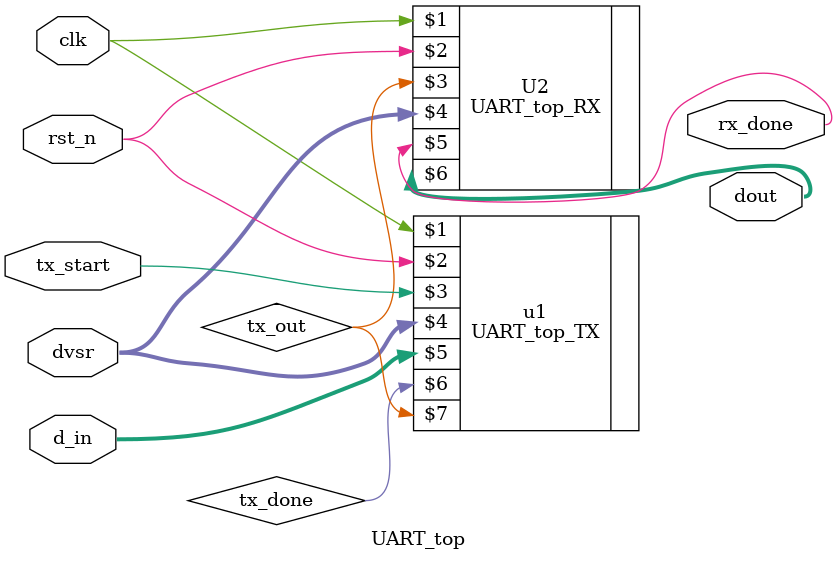
<source format=v>
module UART_top(
input clk,rst_n,tx_start,
input [10:0] dvsr,
input [7:0] d_in,
output rx_done,
output [7:0] dout
);


wire tx_done,tx_out;

UART_top_TX u1 (clk,rst_n,tx_start,dvsr,d_in,tx_done,tx_out);

UART_top_RX U2 (clk,rst_n,tx_out,dvsr,rx_done,dout);

endmodule
</source>
